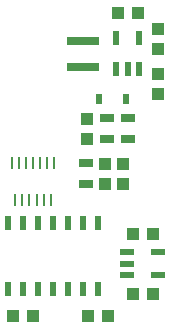
<source format=gtp>
G75*
%MOIN*%
%OFA0B0*%
%FSLAX25Y25*%
%IPPOS*%
%LPD*%
%AMOC8*
5,1,8,0,0,1.08239X$1,22.5*
%
%ADD10R,0.02165X0.04724*%
%ADD11R,0.04331X0.03937*%
%ADD12R,0.04724X0.03150*%
%ADD13R,0.03937X0.04331*%
%ADD14R,0.02480X0.03268*%
%ADD15R,0.10630X0.03150*%
%ADD16R,0.04724X0.02165*%
%ADD17R,0.02362X0.04724*%
%ADD18R,0.00906X0.03937*%
D10*
X0214593Y0159881D03*
X0218333Y0159881D03*
X0222073Y0159881D03*
X0222073Y0170119D03*
X0214593Y0170119D03*
D11*
X0179987Y0077500D03*
X0186680Y0077500D03*
X0204987Y0077500D03*
X0211680Y0077500D03*
X0219987Y0085000D03*
X0226680Y0085000D03*
X0226680Y0105000D03*
X0219987Y0105000D03*
X0221680Y0178500D03*
X0214987Y0178500D03*
D12*
X0218333Y0143543D03*
X0211333Y0143543D03*
X0211333Y0136457D03*
X0218333Y0136457D03*
X0204333Y0128543D03*
X0204333Y0121457D03*
D13*
X0210833Y0121654D03*
X0216833Y0121654D03*
X0216833Y0128346D03*
X0210833Y0128346D03*
X0204833Y0136654D03*
X0204833Y0143346D03*
X0228333Y0151654D03*
X0228333Y0158346D03*
X0228333Y0166654D03*
X0228333Y0173346D03*
D14*
X0217861Y0150000D03*
X0208806Y0150000D03*
D15*
X0203333Y0160669D03*
X0203333Y0169331D03*
D16*
X0218215Y0098740D03*
X0218215Y0095000D03*
X0218215Y0091260D03*
X0228452Y0091260D03*
X0228452Y0098740D03*
D17*
X0208333Y0108524D03*
X0203333Y0108524D03*
X0198333Y0108524D03*
X0193333Y0108524D03*
X0188333Y0108524D03*
X0183333Y0108524D03*
X0178333Y0108524D03*
X0178333Y0086476D03*
X0183333Y0086476D03*
X0188333Y0086476D03*
X0193333Y0086476D03*
X0198333Y0086476D03*
X0203333Y0086476D03*
X0208333Y0086476D03*
D18*
X0192703Y0116122D03*
X0190341Y0116122D03*
X0187979Y0116122D03*
X0185617Y0116122D03*
X0183255Y0116122D03*
X0180892Y0116122D03*
X0179711Y0128563D03*
X0182073Y0128563D03*
X0184436Y0128563D03*
X0186798Y0128563D03*
X0189160Y0128563D03*
X0191522Y0128563D03*
X0193885Y0128563D03*
M02*

</source>
